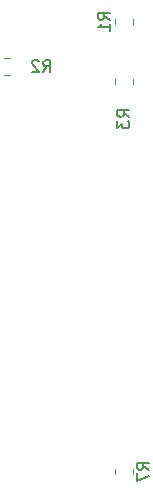
<source format=gbr>
%TF.GenerationSoftware,KiCad,Pcbnew,(5.1.8)-1*%
%TF.CreationDate,2023-08-11T23:22:34+03:00*%
%TF.ProjectId,MUX8x1-v5,4d555838-7831-42d7-9635-2e6b69636164,rev?*%
%TF.SameCoordinates,Original*%
%TF.FileFunction,Legend,Bot*%
%TF.FilePolarity,Positive*%
%FSLAX46Y46*%
G04 Gerber Fmt 4.6, Leading zero omitted, Abs format (unit mm)*
G04 Created by KiCad (PCBNEW (5.1.8)-1) date 2023-08-11 23:22:34*
%MOMM*%
%LPD*%
G01*
G04 APERTURE LIST*
%ADD10C,0.120000*%
%ADD11C,0.150000*%
G04 APERTURE END LIST*
D10*
%TO.C,R7*%
X148055000Y-103097064D02*
X148055000Y-102642936D01*
X146585000Y-103097064D02*
X146585000Y-102642936D01*
%TO.C,R3*%
X146585000Y-70077064D02*
X146585000Y-69622936D01*
X148055000Y-70077064D02*
X148055000Y-69622936D01*
%TO.C,R2*%
X137202936Y-67845000D02*
X137657064Y-67845000D01*
X137202936Y-69315000D02*
X137657064Y-69315000D01*
%TO.C,R1*%
X146585000Y-64542936D02*
X146585000Y-64997064D01*
X148055000Y-64542936D02*
X148055000Y-64997064D01*
%TO.C,R7*%
D11*
X149422380Y-102703333D02*
X148946190Y-102370000D01*
X149422380Y-102131904D02*
X148422380Y-102131904D01*
X148422380Y-102512857D01*
X148470000Y-102608095D01*
X148517619Y-102655714D01*
X148612857Y-102703333D01*
X148755714Y-102703333D01*
X148850952Y-102655714D01*
X148898571Y-102608095D01*
X148946190Y-102512857D01*
X148946190Y-102131904D01*
X148422380Y-103036666D02*
X148422380Y-103703333D01*
X149422380Y-103274761D01*
%TO.C,R3*%
X147772380Y-72858333D02*
X147296190Y-72525000D01*
X147772380Y-72286904D02*
X146772380Y-72286904D01*
X146772380Y-72667857D01*
X146820000Y-72763095D01*
X146867619Y-72810714D01*
X146962857Y-72858333D01*
X147105714Y-72858333D01*
X147200952Y-72810714D01*
X147248571Y-72763095D01*
X147296190Y-72667857D01*
X147296190Y-72286904D01*
X146772380Y-73191666D02*
X146772380Y-73810714D01*
X147153333Y-73477380D01*
X147153333Y-73620238D01*
X147200952Y-73715476D01*
X147248571Y-73763095D01*
X147343809Y-73810714D01*
X147581904Y-73810714D01*
X147677142Y-73763095D01*
X147724761Y-73715476D01*
X147772380Y-73620238D01*
X147772380Y-73334523D01*
X147724761Y-73239285D01*
X147677142Y-73191666D01*
%TO.C,R2*%
X140501666Y-69032380D02*
X140835000Y-68556190D01*
X141073095Y-69032380D02*
X141073095Y-68032380D01*
X140692142Y-68032380D01*
X140596904Y-68080000D01*
X140549285Y-68127619D01*
X140501666Y-68222857D01*
X140501666Y-68365714D01*
X140549285Y-68460952D01*
X140596904Y-68508571D01*
X140692142Y-68556190D01*
X141073095Y-68556190D01*
X140120714Y-68127619D02*
X140073095Y-68080000D01*
X139977857Y-68032380D01*
X139739761Y-68032380D01*
X139644523Y-68080000D01*
X139596904Y-68127619D01*
X139549285Y-68222857D01*
X139549285Y-68318095D01*
X139596904Y-68460952D01*
X140168333Y-69032380D01*
X139549285Y-69032380D01*
%TO.C,R1*%
X146122380Y-64603333D02*
X145646190Y-64270000D01*
X146122380Y-64031904D02*
X145122380Y-64031904D01*
X145122380Y-64412857D01*
X145170000Y-64508095D01*
X145217619Y-64555714D01*
X145312857Y-64603333D01*
X145455714Y-64603333D01*
X145550952Y-64555714D01*
X145598571Y-64508095D01*
X145646190Y-64412857D01*
X145646190Y-64031904D01*
X146122380Y-65555714D02*
X146122380Y-64984285D01*
X146122380Y-65270000D02*
X145122380Y-65270000D01*
X145265238Y-65174761D01*
X145360476Y-65079523D01*
X145408095Y-64984285D01*
%TD*%
M02*

</source>
